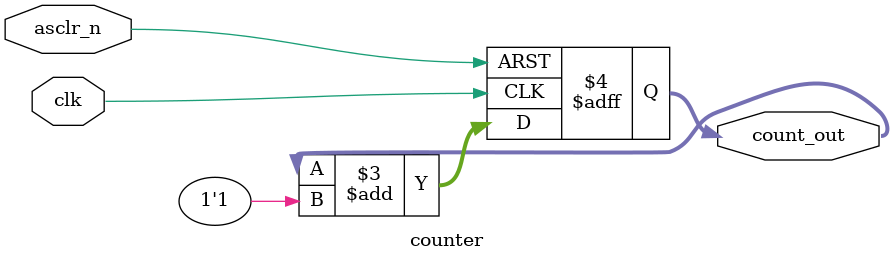
<source format=v>

`timescale 1ns / 100ps

//Counter Module
module counter(input clk, asclr_n, output reg [1:0] count_out);
	//Always execute when clock transitions from LOW to HIGH
	//Or, always execute when Asynchronous Clear transitions from
	//HIGH to LOW
	always @ (posedge clk, negedge asclr_n)
		begin
			//If Asynchronous Clear (Active LOW)
			if(asclr_n == 1'b0)
				begin
					//Reset count to zero
					count_out <= 2'b00;
				end
			else
				begin
					//Else, Increment count by one
					count_out <= count_out + 1'b1;
				end		
		end
endmodule

</source>
